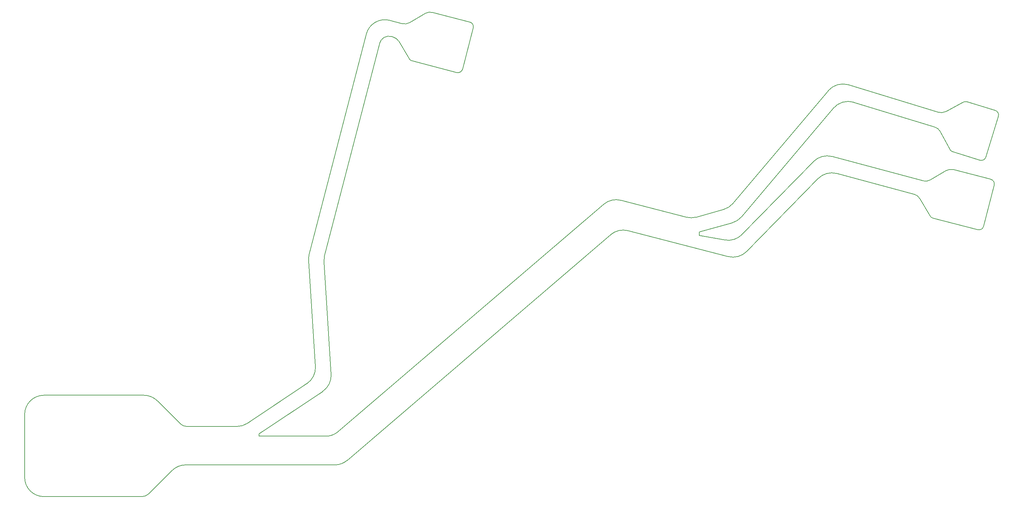
<source format=gbr>
*
G4_C Author: OrCAD GerbTool(tm) 8.1.1 Wed Jun 18 23:47:49 2003*
%LPD*%
%FSLAX34Y34*%
%MOIN*%
%AD*%
%ADD10R,0.050000X0.050000*%
%ADD11C,0.006000*%
%ADD12C,0.019000*%
%ADD13C,0.007900*%
%ADD14C,0.005000*%
%ADD15C,0.000800*%
%ADD16R,0.070000X0.025000*%
%ADD17R,0.068000X0.023000*%
%ADD18C,0.006000*%
%ADD19C,0.009800*%
%ADD20C,0.010000*%
%ADD21C,0.030000*%
%ADD22C,0.060000*%
%ADD23C,0.035000*%
%ADD24C,0.055000*%
%ADD25C,0.062980*%
%ADD26C,0.001000*%
%ADD27C,0.196840*%
G4_C OrCAD GerbTool Tool List *
G54D11*
G1X16908Y7446D2*
G75*
G2X16201Y7739I0J1000D1*
G74*
G1X12929Y434D2*
G75*
G2X12223Y141I-707J707D1*
G74*
G1X2005Y142D2*
G75*
G2X5Y2143I0J2000D1*
G74*
G1X5Y8700D1*
G1X2005Y10700D2*
G75*
G3X5Y8700I0J-2000D1*
G74*
G1X15351Y2857D2*
G1X12929Y434D1*
G1X16765Y3443D2*
G75*
G3X15351Y2857I0J-2000D1*
G74*
G1X12223Y142D2*
G1X2005Y142D1*
G1X2005Y10700D2*
G1X12412Y10700D1*
G1X13826Y10114D2*
G1X16201Y7739D1*
G1X12412Y10700D2*
G75*
G2X13826Y10114I0J-2000D1*
G74*
G1X95128Y40187D2*
G1X85776Y43047D1*
G75*
G3X83663Y42425I-588J-1925D1*
G74*
G1X86311Y41229D2*
G1X94751Y38649D1*
G1X84199Y40607D2*
G75*
G2X86311Y41229I1533J-1296D1*
G74*
G1X93551Y33036D2*
G1X84070Y35576D1*
G75*
G3X82123Y35044I-520J-1939D1*
G74*
G1X84553Y33808D2*
G1X92577Y31659D1*
G1X82607Y33276D2*
G75*
G2X84553Y33808I1428J-1400D1*
G74*
G1X68890Y29253D2*
G75*
G3X69928Y29263I499J1930D1*
G74*
G1X72754Y30052D1*
G1X73744Y30687D2*
G1X83663Y42425D1*
G1X72754Y30052D2*
G75*
G3X73744Y30687I-544J1947D1*
G74*
G1X74637Y29294D2*
G1X84199Y40607D1*
G1X73647Y28659D2*
G75*
G3X74637Y29294I-544J1947D1*
G74*
G1X75175Y25688D2*
G1X82607Y33276D1*
G1X73245Y25151D2*
G75*
G3X75175Y25688I502J1944D1*
G74*
G1X70252Y27711D2*
G1X73647Y28659D1*
G1X70252Y27711D2*
G1X70252Y27345D1*
G1X72907Y26877D1*
G1X74683Y27447D2*
G1X82123Y35044D1*
G1X72907Y26877D2*
G75*
G3X74683Y27447I349J1977D1*
G74*
G1X68890Y29253D2*
G1X62083Y31014D1*
G75*
G3X60280Y30596I-501J-1939D1*
G74*
G1X62816Y27848D2*
G1X73245Y25151D1*
G1X61013Y27431D2*
G75*
G2X62816Y27848I1303J-1519D1*
G74*
G1X61013Y27431D2*
G1X33590Y3925D1*
G1X32289Y3443D2*
G1X16765Y3443D1*
G1X33590Y3925D2*
G75*
G2X32289Y3443I-1302J1518D1*
G74*
G1X16909Y7446D2*
G1X22090Y7446D1*
G75*
G3X23200Y7783I0J2011D1*
G74*
G1X29386Y11908D1*
G75*
G3X30272Y13701I-1116J1673D1*
G74*
G1X29562Y24688D1*
G75*
G2X29621Y25318I1999J130D1*
G74*
G1X31216Y25167D2*
G75*
G3X31157Y24538I1968J-508D1*
G74*
G1X29621Y25318D2*
G1X35572Y48330D1*
G1X38026Y49761D2*
G1X39315Y49416D1*
G1X35572Y48330D2*
G75*
G2X38026Y49761I1936J-500D1*
G74*
G1X31216Y25167D2*
G1X36957Y47366D1*
G1X38184Y48081D2*
G1X38341Y48039D1*
G1X36957Y47366D2*
G75*
G2X38184Y48081I968J-250D1*
G74*
G1X31157Y24538D2*
G1X31910Y12891D1*
G75*
G2X31024Y11098I-1989J-130D1*
G74*
G1X32650Y6914D2*
G1X60280Y30596D1*
G1X31348Y6432D2*
G75*
G3X32650Y6914I0J2003D1*
G74*
G1X24394Y6432D2*
G1X31348Y6432D1*
G1X31024Y11098D2*
G1X24394Y6677D1*
G1X24394Y6432D1*
G1X95340Y38161D2*
G75*
G3X94750Y38648I-883J-469D1*
G74*
G1X95889Y40260D2*
G75*
G2X95127Y40187I-469J883D1*
G74*
G1X101378Y39756D2*
G75*
G3X101046Y40381I-478J146D1*
G74*
G1X98113Y41277D1*
G1X97733Y41241D2*
G1X95889Y40260D1*
G1X98113Y41277D2*
G75*
G3X97733Y41241I-146J-478D1*
G74*
G1X95340Y38161D2*
G1X96325Y36309D1*
G75*
G3X96620Y36067I442J235D1*
G74*
G1X99462Y35197D1*
G1X100086Y35529D2*
G1X101378Y39756D1*
G1X99462Y35197D2*
G75*
G3X100086Y35529I146J478D1*
G74*
G1X93199Y31190D2*
G75*
G3X92587Y31651I-862J-507D1*
G74*
G1X100945Y32591D2*
G75*
G3X100586Y33201I-484J125D1*
G74*
G1X93199Y31190D2*
G1X94261Y29386D1*
G75*
G3X94567Y29155I431J254D1*
G74*
G1X99228Y27949D1*
G1X99837Y28308D2*
G1X100945Y32591D1*
G1X99228Y27949D2*
G75*
G3X99837Y28308I125J484D1*
G74*
G1X94308Y33143D2*
G75*
G2X93550Y33036I-508J862D1*
G74*
G1X94308Y33143D2*
G1X95935Y34101D1*
G1X96693Y34208D2*
G1X100586Y33201D1*
G1X95935Y34101D2*
G75*
G2X96693Y34208I508J-862D1*
G74*
G1X38963Y47570D2*
G75*
G3X38351Y48031I-862J-507D1*
G74*
G1X46709Y48972D2*
G75*
G3X46350Y49581I-484J125D1*
G74*
G1X38963Y47570D2*
G1X40025Y45766D1*
G75*
G3X40331Y45535I431J254D1*
G74*
G1X44992Y44330D1*
G1X45601Y44689D2*
G1X46709Y48972D1*
G1X44992Y44330D2*
G75*
G3X45601Y44689I125J484D1*
G74*
G1X40072Y49523D2*
G75*
G2X39314Y49416I-508J862D1*
G74*
G1X40072Y49523D2*
G1X41699Y50481D1*
G1X42457Y50588D2*
G1X46350Y49581D1*
G1X41699Y50481D2*
G75*
G2X42457Y50588I508J-862D1*
G74*
M2*

</source>
